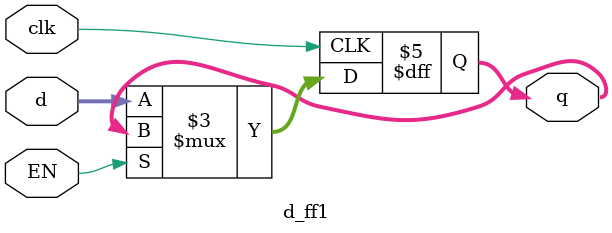
<source format=v>

module d_ff1(input clk,input [4:0] d,input EN,output reg [4:0] q); 
                //flip-flop modulü
		    // 0'dan 4'e kadarki ledler yanacak
		     
		
	always@(posedge clk )
	begin
	if (EN==1'b0)   // 9. switch enable iken ledler yanık disable iken sönük.
	q <= d;
	end 
	
endmodule 
</source>
